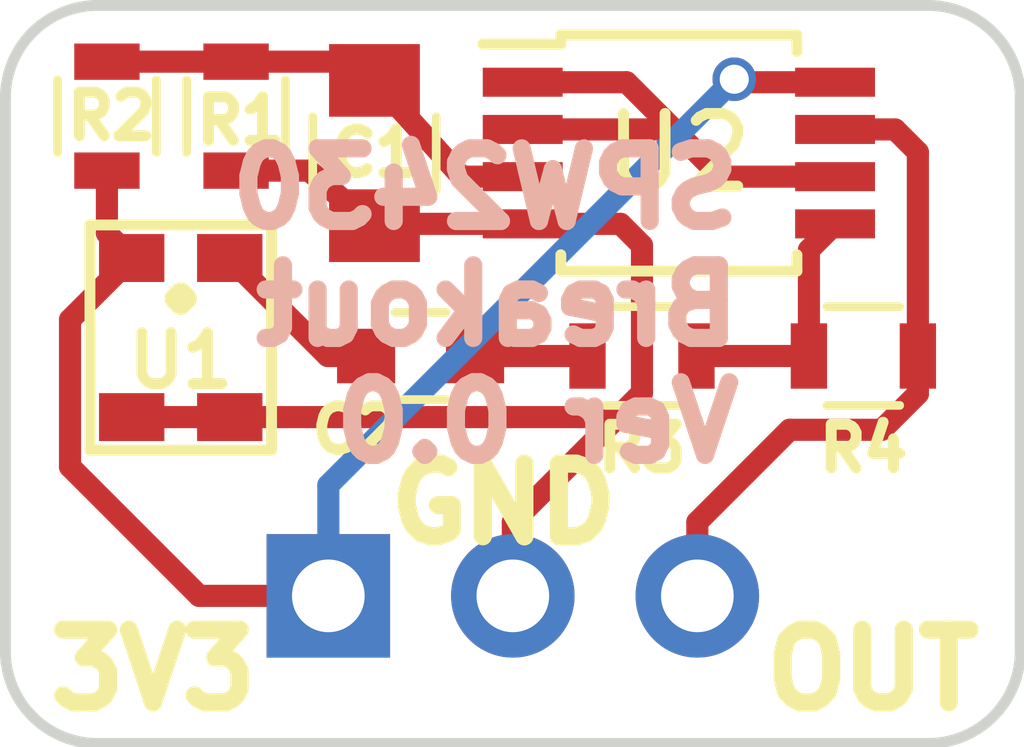
<source format=kicad_pcb>
(kicad_pcb (version 4) (host pcbnew 4.0.7)

  (general
    (links 19)
    (no_connects 0)
    (area 148.514999 100.254999 162.635001 110.565001)
    (thickness 1.6)
    (drawings 13)
    (tracks 49)
    (zones 0)
    (modules 9)
    (nets 9)
  )

  (page USLetter)
  (layers
    (0 F.Cu signal)
    (31 B.Cu signal)
    (32 B.Adhes user)
    (33 F.Adhes user)
    (34 B.Paste user)
    (35 F.Paste user)
    (36 B.SilkS user)
    (37 F.SilkS user)
    (38 B.Mask user)
    (39 F.Mask user)
    (40 Dwgs.User user)
    (41 Cmts.User user)
    (42 Eco1.User user)
    (43 Eco2.User user)
    (44 Edge.Cuts user)
    (45 Margin user)
    (46 B.CrtYd user)
    (47 F.CrtYd user)
    (48 B.Fab user)
    (49 F.Fab user hide)
  )

  (setup
    (last_trace_width 0.25)
    (user_trace_width 0.3048)
    (user_trace_width 0.4064)
    (trace_clearance 0.2)
    (zone_clearance 0.508)
    (zone_45_only no)
    (trace_min 0.2)
    (segment_width 0.2)
    (edge_width 0.15)
    (via_size 0.6)
    (via_drill 0.4)
    (via_min_size 0.4)
    (via_min_drill 0.3)
    (uvia_size 0.3)
    (uvia_drill 0.1)
    (uvias_allowed no)
    (uvia_min_size 0.2)
    (uvia_min_drill 0.1)
    (pcb_text_width 0.3)
    (pcb_text_size 1.5 1.5)
    (mod_edge_width 0.15)
    (mod_text_size 1 1)
    (mod_text_width 0.15)
    (pad_size 1.524 1.524)
    (pad_drill 0.762)
    (pad_to_mask_clearance 0)
    (aux_axis_origin 0 0)
    (visible_elements 7FFFFFFF)
    (pcbplotparams
      (layerselection 0x00030_80000001)
      (usegerberextensions false)
      (excludeedgelayer true)
      (linewidth 0.100000)
      (plotframeref false)
      (viasonmask false)
      (mode 1)
      (useauxorigin false)
      (hpglpennumber 1)
      (hpglpenspeed 20)
      (hpglpendiameter 15)
      (hpglpenoverlay 2)
      (psnegative false)
      (psa4output false)
      (plotreference true)
      (plotvalue true)
      (plotinvisibletext false)
      (padsonsilk false)
      (subtractmaskfromsilk false)
      (outputformat 1)
      (mirror false)
      (drillshape 1)
      (scaleselection 1)
      (outputdirectory ""))
  )

  (net 0 "")
  (net 1 GND)
  (net 2 "Net-(C1-Pad2)")
  (net 3 "Net-(C2-Pad2)")
  (net 4 "Net-(C2-Pad1)")
  (net 5 +3V3)
  (net 6 "Net-(R3-Pad1)")
  (net 7 "Net-(U2-Pad1)")
  (net 8 "Net-(J1-Pad3)")

  (net_class Default "This is the default net class."
    (clearance 0.2)
    (trace_width 0.25)
    (via_dia 0.6)
    (via_drill 0.4)
    (uvia_dia 0.3)
    (uvia_drill 0.1)
    (add_net +3V3)
    (add_net GND)
    (add_net "Net-(C1-Pad2)")
    (add_net "Net-(C2-Pad1)")
    (add_net "Net-(C2-Pad2)")
    (add_net "Net-(J1-Pad3)")
    (add_net "Net-(R3-Pad1)")
    (add_net "Net-(U2-Pad1)")
  )

  (module footprints:C_0805 (layer F.Cu) (tedit 5B69DBEF) (tstamp 5B69E56A)
    (at 153.67 102.362 90)
    (descr "Capacitor SMD 0805, reflow soldering, AVX (see smccp.pdf)")
    (tags "capacitor 0805")
    (path /5B69D2B9)
    (attr smd)
    (fp_text reference C1 (at 0 0 180) (layer F.SilkS)
      (effects (font (size 0.6 0.6) (thickness 0.15)))
    )
    (fp_text value 1uF (at 0 1.75 90) (layer F.Fab)
      (effects (font (size 1 1) (thickness 0.15)))
    )
    (fp_text user %R (at 0 -1.5 90) (layer F.Fab)
      (effects (font (size 1 1) (thickness 0.15)))
    )
    (fp_line (start -1 0.62) (end -1 -0.62) (layer F.Fab) (width 0.1))
    (fp_line (start 1 0.62) (end -1 0.62) (layer F.Fab) (width 0.1))
    (fp_line (start 1 -0.62) (end 1 0.62) (layer F.Fab) (width 0.1))
    (fp_line (start -1 -0.62) (end 1 -0.62) (layer F.Fab) (width 0.1))
    (fp_line (start 0.5 -0.85) (end -0.5 -0.85) (layer F.SilkS) (width 0.12))
    (fp_line (start -0.5 0.85) (end 0.5 0.85) (layer F.SilkS) (width 0.12))
    (fp_line (start -1.75 -0.88) (end 1.75 -0.88) (layer F.CrtYd) (width 0.05))
    (fp_line (start -1.75 -0.88) (end -1.75 0.87) (layer F.CrtYd) (width 0.05))
    (fp_line (start 1.75 0.87) (end 1.75 -0.88) (layer F.CrtYd) (width 0.05))
    (fp_line (start 1.75 0.87) (end -1.75 0.87) (layer F.CrtYd) (width 0.05))
    (pad 1 smd rect (at -1 0 90) (size 1 1.25) (layers F.Cu F.Paste F.Mask)
      (net 1 GND))
    (pad 2 smd rect (at 1 0 90) (size 1 1.25) (layers F.Cu F.Paste F.Mask)
      (net 2 "Net-(C1-Pad2)"))
    (model Capacitors_SMD.3dshapes/C_0805.wrl
      (at (xyz 0 0 0))
      (scale (xyz 1 1 1))
      (rotate (xyz 0 0 0))
    )
  )

  (module footprints:C_0603 (layer F.Cu) (tedit 5B69DDAB) (tstamp 5B69E57A)
    (at 154.305 105.156 180)
    (descr "Capacitor SMD 0603, reflow soldering, AVX (see smccp.pdf)")
    (tags "capacitor 0603")
    (path /5B69CE08)
    (attr smd)
    (fp_text reference C2 (at 0.889 -1.016 180) (layer F.SilkS)
      (effects (font (size 0.6 0.6) (thickness 0.15)))
    )
    (fp_text value 0.1uF (at 0 1.5 180) (layer F.Fab)
      (effects (font (size 1 1) (thickness 0.15)))
    )
    (fp_line (start 1.4 0.65) (end -1.4 0.65) (layer F.CrtYd) (width 0.05))
    (fp_line (start 1.4 0.65) (end 1.4 -0.65) (layer F.CrtYd) (width 0.05))
    (fp_line (start -1.4 -0.65) (end -1.4 0.65) (layer F.CrtYd) (width 0.05))
    (fp_line (start -1.4 -0.65) (end 1.4 -0.65) (layer F.CrtYd) (width 0.05))
    (fp_line (start 0.35 0.6) (end -0.35 0.6) (layer F.SilkS) (width 0.12))
    (fp_line (start -0.35 -0.6) (end 0.35 -0.6) (layer F.SilkS) (width 0.12))
    (fp_line (start -0.8 -0.4) (end 0.8 -0.4) (layer F.Fab) (width 0.1))
    (fp_line (start 0.8 -0.4) (end 0.8 0.4) (layer F.Fab) (width 0.1))
    (fp_line (start 0.8 0.4) (end -0.8 0.4) (layer F.Fab) (width 0.1))
    (fp_line (start -0.8 0.4) (end -0.8 -0.4) (layer F.Fab) (width 0.1))
    (fp_text user %R (at 0 0 180) (layer F.Fab)
      (effects (font (size 0.3 0.3) (thickness 0.075)))
    )
    (pad 2 smd rect (at 0.75 0 180) (size 0.8 0.75) (layers F.Cu F.Paste F.Mask)
      (net 3 "Net-(C2-Pad2)"))
    (pad 1 smd rect (at -0.75 0 180) (size 0.8 0.75) (layers F.Cu F.Paste F.Mask)
      (net 4 "Net-(C2-Pad1)"))
    (model Capacitors_SMD.3dshapes/C_0603.wrl
      (at (xyz 0 0 0))
      (scale (xyz 1 1 1))
      (rotate (xyz 0 0 0))
    )
  )

  (module footprints:Pin_Header_Straight_1x03_Pitch2.54mm (layer F.Cu) (tedit 5B69DC3C) (tstamp 5B69E58A)
    (at 153.035 108.458 90)
    (descr "Through hole straight pin header, 1x03, 2.54mm pitch, single row")
    (tags "Through hole pin header THT 1x03 2.54mm single row")
    (path /5B69DFB1)
    (fp_text reference J1 (at 0 -2.33 90) (layer F.SilkS) hide
      (effects (font (size 1 1) (thickness 0.15)))
    )
    (fp_text value Conn_01x03 (at 0 7.41 90) (layer F.Fab)
      (effects (font (size 1 1) (thickness 0.15)))
    )
    (fp_line (start -0.635 -1.27) (end 1.27 -1.27) (layer F.Fab) (width 0.1))
    (fp_line (start 1.27 -1.27) (end 1.27 6.35) (layer F.Fab) (width 0.1))
    (fp_line (start 1.27 6.35) (end -1.27 6.35) (layer F.Fab) (width 0.1))
    (fp_line (start -1.27 6.35) (end -1.27 -0.635) (layer F.Fab) (width 0.1))
    (fp_line (start -1.27 -0.635) (end -0.635 -1.27) (layer F.Fab) (width 0.1))
    (fp_line (start -1.8 -1.8) (end -1.8 6.85) (layer F.CrtYd) (width 0.05))
    (fp_line (start -1.8 6.85) (end 1.8 6.85) (layer F.CrtYd) (width 0.05))
    (fp_line (start 1.8 6.85) (end 1.8 -1.8) (layer F.CrtYd) (width 0.05))
    (fp_line (start 1.8 -1.8) (end -1.8 -1.8) (layer F.CrtYd) (width 0.05))
    (fp_text user %R (at 0 2.54 180) (layer F.Fab)
      (effects (font (size 1 1) (thickness 0.15)))
    )
    (pad 1 thru_hole rect (at 0 0 90) (size 1.7 1.7) (drill 1) (layers *.Cu *.Mask)
      (net 5 +3V3))
    (pad 2 thru_hole oval (at 0 2.54 90) (size 1.7 1.7) (drill 1) (layers *.Cu *.Mask)
      (net 1 GND))
    (pad 3 thru_hole oval (at 0 5.08 90) (size 1.7 1.7) (drill 1) (layers *.Cu *.Mask)
      (net 8 "Net-(J1-Pad3)"))
    (model ${KISYS3DMOD}/Pin_Headers.3dshapes/Pin_Header_Straight_1x03_Pitch2.54mm.wrl
      (at (xyz 0 0 0))
      (scale (xyz 1 1 1))
      (rotate (xyz 0 0 0))
    )
  )

  (module footprints:R_0603 (layer F.Cu) (tedit 5B69E6BD) (tstamp 5B69E59A)
    (at 149.987 101.854 270)
    (descr "Resistor SMD 0603, reflow soldering, Vishay (see dcrcw.pdf)")
    (tags "resistor 0603")
    (path /5B69D4A8)
    (attr smd)
    (fp_text reference R1 (at 0.0635 -1.8415 360) (layer F.SilkS)
      (effects (font (size 0.6 0.6) (thickness 0.15)))
    )
    (fp_text value 20K (at 0 1.5 270) (layer F.Fab)
      (effects (font (size 1 1) (thickness 0.15)))
    )
    (fp_text user %R (at 0 0 270) (layer F.Fab)
      (effects (font (size 0.4 0.4) (thickness 0.075)))
    )
    (fp_line (start -0.8 0.4) (end -0.8 -0.4) (layer F.Fab) (width 0.1))
    (fp_line (start 0.8 0.4) (end -0.8 0.4) (layer F.Fab) (width 0.1))
    (fp_line (start 0.8 -0.4) (end 0.8 0.4) (layer F.Fab) (width 0.1))
    (fp_line (start -0.8 -0.4) (end 0.8 -0.4) (layer F.Fab) (width 0.1))
    (fp_line (start 0.5 0.68) (end -0.5 0.68) (layer F.SilkS) (width 0.12))
    (fp_line (start -0.5 -0.68) (end 0.5 -0.68) (layer F.SilkS) (width 0.12))
    (fp_line (start -1.25 -0.7) (end 1.25 -0.7) (layer F.CrtYd) (width 0.05))
    (fp_line (start -1.25 -0.7) (end -1.25 0.7) (layer F.CrtYd) (width 0.05))
    (fp_line (start 1.25 0.7) (end 1.25 -0.7) (layer F.CrtYd) (width 0.05))
    (fp_line (start 1.25 0.7) (end -1.25 0.7) (layer F.CrtYd) (width 0.05))
    (pad 1 smd rect (at -0.75 0 270) (size 0.5 0.9) (layers F.Cu F.Paste F.Mask)
      (net 2 "Net-(C1-Pad2)"))
    (pad 2 smd rect (at 0.75 0 270) (size 0.5 0.9) (layers F.Cu F.Paste F.Mask)
      (net 5 +3V3))
    (model ${KISYS3DMOD}/Resistors_SMD.3dshapes/R_0603.wrl
      (at (xyz 0 0 0))
      (scale (xyz 1 1 1))
      (rotate (xyz 0 0 0))
    )
  )

  (module footprints:R_0603 (layer F.Cu) (tedit 5B69E6B9) (tstamp 5B69E5AA)
    (at 151.765 101.854 90)
    (descr "Resistor SMD 0603, reflow soldering, Vishay (see dcrcw.pdf)")
    (tags "resistor 0603")
    (path /5B69D366)
    (attr smd)
    (fp_text reference R2 (at 0 -1.7145 180) (layer F.SilkS)
      (effects (font (size 0.6 0.6) (thickness 0.15)))
    )
    (fp_text value 10K (at 0 1.5 90) (layer F.Fab)
      (effects (font (size 1 1) (thickness 0.15)))
    )
    (fp_text user %R (at 0 0 90) (layer F.Fab)
      (effects (font (size 0.4 0.4) (thickness 0.075)))
    )
    (fp_line (start -0.8 0.4) (end -0.8 -0.4) (layer F.Fab) (width 0.1))
    (fp_line (start 0.8 0.4) (end -0.8 0.4) (layer F.Fab) (width 0.1))
    (fp_line (start 0.8 -0.4) (end 0.8 0.4) (layer F.Fab) (width 0.1))
    (fp_line (start -0.8 -0.4) (end 0.8 -0.4) (layer F.Fab) (width 0.1))
    (fp_line (start 0.5 0.68) (end -0.5 0.68) (layer F.SilkS) (width 0.12))
    (fp_line (start -0.5 -0.68) (end 0.5 -0.68) (layer F.SilkS) (width 0.12))
    (fp_line (start -1.25 -0.7) (end 1.25 -0.7) (layer F.CrtYd) (width 0.05))
    (fp_line (start -1.25 -0.7) (end -1.25 0.7) (layer F.CrtYd) (width 0.05))
    (fp_line (start 1.25 0.7) (end 1.25 -0.7) (layer F.CrtYd) (width 0.05))
    (fp_line (start 1.25 0.7) (end -1.25 0.7) (layer F.CrtYd) (width 0.05))
    (pad 1 smd rect (at -0.75 0 90) (size 0.5 0.9) (layers F.Cu F.Paste F.Mask)
      (net 1 GND))
    (pad 2 smd rect (at 0.75 0 90) (size 0.5 0.9) (layers F.Cu F.Paste F.Mask)
      (net 2 "Net-(C1-Pad2)"))
    (model ${KISYS3DMOD}/Resistors_SMD.3dshapes/R_0603.wrl
      (at (xyz 0 0 0))
      (scale (xyz 1 1 1))
      (rotate (xyz 0 0 0))
    )
  )

  (module footprints:R_0603 (layer F.Cu) (tedit 5B69DC17) (tstamp 5B69E5BA)
    (at 157.353 105.156 180)
    (descr "Resistor SMD 0603, reflow soldering, Vishay (see dcrcw.pdf)")
    (tags "resistor 0603")
    (path /5B69CE57)
    (attr smd)
    (fp_text reference R3 (at 0 -1.27 180) (layer F.SilkS)
      (effects (font (size 0.6 0.6) (thickness 0.15)))
    )
    (fp_text value 1K (at 0 1.5 180) (layer F.Fab)
      (effects (font (size 1 1) (thickness 0.15)))
    )
    (fp_text user %R (at 0 0 180) (layer F.Fab)
      (effects (font (size 0.4 0.4) (thickness 0.075)))
    )
    (fp_line (start -0.8 0.4) (end -0.8 -0.4) (layer F.Fab) (width 0.1))
    (fp_line (start 0.8 0.4) (end -0.8 0.4) (layer F.Fab) (width 0.1))
    (fp_line (start 0.8 -0.4) (end 0.8 0.4) (layer F.Fab) (width 0.1))
    (fp_line (start -0.8 -0.4) (end 0.8 -0.4) (layer F.Fab) (width 0.1))
    (fp_line (start 0.5 0.68) (end -0.5 0.68) (layer F.SilkS) (width 0.12))
    (fp_line (start -0.5 -0.68) (end 0.5 -0.68) (layer F.SilkS) (width 0.12))
    (fp_line (start -1.25 -0.7) (end 1.25 -0.7) (layer F.CrtYd) (width 0.05))
    (fp_line (start -1.25 -0.7) (end -1.25 0.7) (layer F.CrtYd) (width 0.05))
    (fp_line (start 1.25 0.7) (end 1.25 -0.7) (layer F.CrtYd) (width 0.05))
    (fp_line (start 1.25 0.7) (end -1.25 0.7) (layer F.CrtYd) (width 0.05))
    (pad 1 smd rect (at -0.75 0 180) (size 0.5 0.9) (layers F.Cu F.Paste F.Mask)
      (net 6 "Net-(R3-Pad1)"))
    (pad 2 smd rect (at 0.75 0 180) (size 0.5 0.9) (layers F.Cu F.Paste F.Mask)
      (net 4 "Net-(C2-Pad1)"))
    (model ${KISYS3DMOD}/Resistors_SMD.3dshapes/R_0603.wrl
      (at (xyz 0 0 0))
      (scale (xyz 1 1 1))
      (rotate (xyz 0 0 0))
    )
  )

  (module footprints:R_0603 (layer F.Cu) (tedit 5B69DC17) (tstamp 5B69E5CA)
    (at 160.401 105.156 180)
    (descr "Resistor SMD 0603, reflow soldering, Vishay (see dcrcw.pdf)")
    (tags "resistor 0603")
    (path /5B69CE89)
    (attr smd)
    (fp_text reference R4 (at 0 -1.27 180) (layer F.SilkS)
      (effects (font (size 0.6 0.6) (thickness 0.15)))
    )
    (fp_text value 100K (at 0 1.5 180) (layer F.Fab)
      (effects (font (size 1 1) (thickness 0.15)))
    )
    (fp_text user %R (at 0 0 180) (layer F.Fab)
      (effects (font (size 0.4 0.4) (thickness 0.075)))
    )
    (fp_line (start -0.8 0.4) (end -0.8 -0.4) (layer F.Fab) (width 0.1))
    (fp_line (start 0.8 0.4) (end -0.8 0.4) (layer F.Fab) (width 0.1))
    (fp_line (start 0.8 -0.4) (end 0.8 0.4) (layer F.Fab) (width 0.1))
    (fp_line (start -0.8 -0.4) (end 0.8 -0.4) (layer F.Fab) (width 0.1))
    (fp_line (start 0.5 0.68) (end -0.5 0.68) (layer F.SilkS) (width 0.12))
    (fp_line (start -0.5 -0.68) (end 0.5 -0.68) (layer F.SilkS) (width 0.12))
    (fp_line (start -1.25 -0.7) (end 1.25 -0.7) (layer F.CrtYd) (width 0.05))
    (fp_line (start -1.25 -0.7) (end -1.25 0.7) (layer F.CrtYd) (width 0.05))
    (fp_line (start 1.25 0.7) (end 1.25 -0.7) (layer F.CrtYd) (width 0.05))
    (fp_line (start 1.25 0.7) (end -1.25 0.7) (layer F.CrtYd) (width 0.05))
    (pad 1 smd rect (at -0.75 0 180) (size 0.5 0.9) (layers F.Cu F.Paste F.Mask)
      (net 8 "Net-(J1-Pad3)"))
    (pad 2 smd rect (at 0.75 0 180) (size 0.5 0.9) (layers F.Cu F.Paste F.Mask)
      (net 6 "Net-(R3-Pad1)"))
    (model ${KISYS3DMOD}/Resistors_SMD.3dshapes/R_0603.wrl
      (at (xyz 0 0 0))
      (scale (xyz 1 1 1))
      (rotate (xyz 0 0 0))
    )
  )

  (module footprints:SPW2430 (layer F.Cu) (tedit 5B69DE30) (tstamp 5B69E5DA)
    (at 151.003 104.902)
    (descr "SMD Crystal SERIES SMD2016/4 http://www.q-crystal.com/upload/5/2015552223166229.pdf, 2.0x1.6mm^2 package")
    (tags "SMD SMT crystal")
    (path /5B69CD4A)
    (attr smd)
    (fp_text reference U1 (at 0 0.3175) (layer F.SilkS)
      (effects (font (size 0.7 0.7) (thickness 0.15)))
    )
    (fp_text value SPW2430 (at 0 2.54) (layer F.Fab)
      (effects (font (size 0.7 0.7) (thickness 0.15)))
    )
    (fp_line (start 1.25 1.55) (end 1.25 -1.55) (layer F.SilkS) (width 0.15))
    (fp_line (start -1.25 -1.55) (end -1.25 1.55) (layer F.SilkS) (width 0.15))
    (fp_line (start -1.25 1.55) (end 1.25 1.55) (layer F.SilkS) (width 0.15))
    (fp_line (start -1.25 -1.55) (end 1.25 -1.55) (layer F.SilkS) (width 0.15))
    (fp_text user %R (at 0 0) (layer F.Fab)
      (effects (font (size 0.5 0.5) (thickness 0.075)))
    )
    (pad 3 smd rect (at -0.675 1.095) (size 0.9 0.66) (layers F.Cu F.Paste F.Mask)
      (net 1 GND))
    (pad 4 smd rect (at -0.675 -1.095) (size 0.9 0.66) (layers F.Cu F.Paste F.Mask)
      (net 5 +3V3))
    (pad 2 smd rect (at 0.675 1.095) (size 0.9 0.66) (layers F.Cu F.Paste F.Mask)
      (net 1 GND))
    (pad 1 smd rect (at 0.675 -1.095) (size 0.9 0.66) (layers F.Cu F.Paste F.Mask)
      (net 3 "Net-(C2-Pad2)"))
    (model ${KISYS3DMOD}/Crystals.3dshapes/Crystal_SMD_2016-4pin_2.0x1.6mm.wrl
      (at (xyz 0 0 0))
      (scale (xyz 1 1 1))
      (rotate (xyz 0 0 0))
    )
  )

  (module footprints:TSSOP-8_3x3mm_Pitch0.65mm (layer F.Cu) (tedit 5B69D629) (tstamp 5B69E5E6)
    (at 157.861 102.362)
    (descr "TSSOP8: plastic thin shrink small outline package; 8 leads; body width 3 mm; (see NXP SSOP-TSSOP-VSO-REFLOW.pdf and sot505-1_po.pdf)")
    (tags "SSOP 0.65")
    (path /5B69CD6B)
    (attr smd)
    (fp_text reference U2 (at 0 0 180) (layer F.SilkS)
      (effects (font (size 1 1) (thickness 0.15)))
    )
    (fp_text value LMV358 (at 0 2.55) (layer F.Fab)
      (effects (font (size 1 1) (thickness 0.15)))
    )
    (fp_line (start -0.5 -1.5) (end 1.5 -1.5) (layer F.Fab) (width 0.15))
    (fp_line (start 1.5 -1.5) (end 1.5 1.5) (layer F.Fab) (width 0.15))
    (fp_line (start 1.5 1.5) (end -1.5 1.5) (layer F.Fab) (width 0.15))
    (fp_line (start -1.5 1.5) (end -1.5 -0.5) (layer F.Fab) (width 0.15))
    (fp_line (start -1.5 -0.5) (end -0.5 -1.5) (layer F.Fab) (width 0.15))
    (fp_line (start -2.95 -1.8) (end -2.95 1.8) (layer F.CrtYd) (width 0.05))
    (fp_line (start 2.95 -1.8) (end 2.95 1.8) (layer F.CrtYd) (width 0.05))
    (fp_line (start -2.95 -1.8) (end 2.95 -1.8) (layer F.CrtYd) (width 0.05))
    (fp_line (start -2.95 1.8) (end 2.95 1.8) (layer F.CrtYd) (width 0.05))
    (fp_line (start -1.625 -1.625) (end -1.625 -1.5) (layer F.SilkS) (width 0.15))
    (fp_line (start 1.625 -1.625) (end 1.625 -1.4) (layer F.SilkS) (width 0.15))
    (fp_line (start 1.625 1.625) (end 1.625 1.4) (layer F.SilkS) (width 0.15))
    (fp_line (start -1.625 1.625) (end -1.625 1.4) (layer F.SilkS) (width 0.15))
    (fp_line (start -1.625 -1.625) (end 1.625 -1.625) (layer F.SilkS) (width 0.15))
    (fp_line (start -1.625 1.625) (end 1.625 1.625) (layer F.SilkS) (width 0.15))
    (fp_line (start -1.625 -1.5) (end -2.7 -1.5) (layer F.SilkS) (width 0.15))
    (fp_text user %R (at 0 0) (layer F.Fab)
      (effects (font (size 0.6 0.6) (thickness 0.15)))
    )
    (pad 1 smd rect (at -2.15 -0.975) (size 1.1 0.4) (layers F.Cu F.Paste F.Mask)
      (net 7 "Net-(U2-Pad1)"))
    (pad 2 smd rect (at -2.15 -0.325) (size 1.1 0.4) (layers F.Cu F.Paste F.Mask)
      (net 7 "Net-(U2-Pad1)"))
    (pad 3 smd rect (at -2.15 0.325) (size 1.1 0.4) (layers F.Cu F.Paste F.Mask)
      (net 2 "Net-(C1-Pad2)"))
    (pad 4 smd rect (at -2.15 0.975) (size 1.1 0.4) (layers F.Cu F.Paste F.Mask)
      (net 1 GND))
    (pad 5 smd rect (at 2.15 0.975) (size 1.1 0.4) (layers F.Cu F.Paste F.Mask)
      (net 6 "Net-(R3-Pad1)"))
    (pad 6 smd rect (at 2.15 0.325) (size 1.1 0.4) (layers F.Cu F.Paste F.Mask)
      (net 7 "Net-(U2-Pad1)"))
    (pad 7 smd rect (at 2.15 -0.325) (size 1.1 0.4) (layers F.Cu F.Paste F.Mask)
      (net 8 "Net-(J1-Pad3)"))
    (pad 8 smd rect (at 2.15 -0.975) (size 1.1 0.4) (layers F.Cu F.Paste F.Mask)
      (net 5 +3V3))
    (model ${KISYS3DMOD}/Housings_SSOP.3dshapes/TSSOP-8_3x3mm_Pitch0.65mm.wrl
      (at (xyz 0 0 0))
      (scale (xyz 1 1 1))
      (rotate (xyz 0 0 0))
    )
  )

  (gr_text "SPW2430\nBreakout\nVer 0.0" (at 158.8135 104.4575) (layer B.SilkS)
    (effects (font (size 1 1) (thickness 0.25)) (justify left mirror))
  )
  (gr_text . (at 151.003 103.759) (layer F.SilkS)
    (effects (font (size 1.5 1.5) (thickness 0.3)))
  )
  (gr_text GND (at 155.448 107.188) (layer F.SilkS)
    (effects (font (size 1 1) (thickness 0.25)))
  )
  (gr_text OUT (at 160.528 109.474) (layer F.SilkS)
    (effects (font (size 1 1) (thickness 0.25)))
  )
  (gr_text 3V3 (at 150.622 109.474) (layer F.SilkS)
    (effects (font (size 1 1) (thickness 0.25)))
  )
  (gr_line (start 161.29 100.33) (end 149.86 100.33) (angle 90) (layer Edge.Cuts) (width 0.15))
  (gr_line (start 162.56 109.22) (end 162.56 101.6) (angle 90) (layer Edge.Cuts) (width 0.15))
  (gr_line (start 149.86 110.49) (end 161.29 110.49) (angle 90) (layer Edge.Cuts) (width 0.15))
  (gr_line (start 148.59 101.6) (end 148.59 109.22) (angle 90) (layer Edge.Cuts) (width 0.15))
  (gr_arc (start 161.29 109.22) (end 162.56 109.22) (angle 90) (layer Edge.Cuts) (width 0.15))
  (gr_arc (start 149.86 109.22) (end 149.86 110.49) (angle 90) (layer Edge.Cuts) (width 0.15))
  (gr_arc (start 149.86 101.6) (end 148.59 101.6) (angle 90) (layer Edge.Cuts) (width 0.15))
  (gr_arc (start 161.29 101.6) (end 161.29 100.33) (angle 90) (layer Edge.Cuts) (width 0.15))

  (segment (start 155.575 108.458) (end 155.575 107.442) (width 0.3048) (layer F.Cu) (net 1))
  (segment (start 155.575 107.442) (end 157.02 105.997) (width 0.3048) (layer F.Cu) (net 1) (tstamp 5B69DB52))
  (segment (start 151.678 105.997) (end 157.02 105.997) (width 0.3048) (layer F.Cu) (net 1))
  (segment (start 157.058 103.337) (end 155.711 103.337) (width 0.3048) (layer F.Cu) (net 1) (tstamp 5B69DAD9))
  (segment (start 157.353 103.632) (end 157.058 103.337) (width 0.3048) (layer F.Cu) (net 1) (tstamp 5B69DAD8))
  (segment (start 157.353 105.664) (end 157.353 103.632) (width 0.3048) (layer F.Cu) (net 1) (tstamp 5B69DAD7))
  (segment (start 157.02 105.997) (end 157.353 105.664) (width 0.3048) (layer F.Cu) (net 1) (tstamp 5B69DAD6))
  (segment (start 150.328 105.997) (end 151.678 105.997) (width 0.3048) (layer F.Cu) (net 1))
  (segment (start 155.711 103.337) (end 153.695 103.337) (width 0.3048) (layer F.Cu) (net 1) (status 20))
  (segment (start 153.695 103.337) (end 153.67 103.362) (width 0.3048) (layer F.Cu) (net 1) (tstamp 5B69DAB3) (status 30))
  (segment (start 153.67 103.362) (end 153.654 103.362) (width 0.3048) (layer F.Cu) (net 1) (tstamp 5B69DAB4) (status 30))
  (segment (start 153.654 103.362) (end 152.769 102.604) (width 0.3048) (layer F.Cu) (net 1) (tstamp 5B69DAB5) (status 10))
  (segment (start 152.769 102.604) (end 151.765 102.604) (width 0.3048) (layer F.Cu) (net 1) (tstamp 5B69DAB6))
  (segment (start 155.711 102.687) (end 154.868 102.687) (width 0.3048) (layer F.Cu) (net 2))
  (segment (start 154.868 102.687) (end 153.67 101.362) (width 0.3048) (layer F.Cu) (net 2) (tstamp 5B69DAB0) (status 20))
  (segment (start 151.765 101.104) (end 153.412 101.104) (width 0.3048) (layer F.Cu) (net 2) (status 20))
  (segment (start 153.412 101.104) (end 153.67 101.362) (width 0.3048) (layer F.Cu) (net 2) (tstamp 5B69DAAD) (status 30))
  (segment (start 149.987 101.104) (end 151.765 101.104) (width 0.3048) (layer F.Cu) (net 2))
  (segment (start 153.555 105.156) (end 153.027 105.156) (width 0.3048) (layer F.Cu) (net 3))
  (segment (start 153.027 105.156) (end 151.678 103.807) (width 0.3048) (layer F.Cu) (net 3) (tstamp 5B69DACF))
  (segment (start 156.603 105.156) (end 155.055 105.156) (width 0.3048) (layer F.Cu) (net 4))
  (segment (start 160.011 101.387) (end 158.664 101.387) (width 0.3048) (layer F.Cu) (net 5))
  (segment (start 153.035 106.934) (end 153.035 108.458) (width 0.3048) (layer B.Cu) (net 5) (tstamp 5B69DB69))
  (segment (start 158.623 101.346) (end 153.035 106.934) (width 0.3048) (layer B.Cu) (net 5) (tstamp 5B69DB68))
  (via (at 158.623 101.346) (size 0.6) (drill 0.4) (layers F.Cu B.Cu) (net 5))
  (segment (start 158.664 101.387) (end 158.623 101.346) (width 0.3048) (layer F.Cu) (net 5) (tstamp 5B69DB65))
  (segment (start 153.035 108.458) (end 151.257 108.458) (width 0.3048) (layer F.Cu) (net 5))
  (segment (start 149.479 104.656) (end 150.328 103.807) (width 0.3048) (layer F.Cu) (net 5) (tstamp 5B69DB13))
  (segment (start 149.479 106.68) (end 149.479 104.656) (width 0.3048) (layer F.Cu) (net 5) (tstamp 5B69DB11))
  (segment (start 151.257 108.458) (end 149.479 106.68) (width 0.3048) (layer F.Cu) (net 5) (tstamp 5B69DB0F))
  (segment (start 149.987 102.604) (end 149.987 103.466) (width 0.3048) (layer F.Cu) (net 5))
  (segment (start 149.987 103.466) (end 150.328 103.807) (width 0.3048) (layer F.Cu) (net 5) (tstamp 5B69DADC))
  (segment (start 159.651 105.156) (end 158.103 105.156) (width 0.3048) (layer F.Cu) (net 6))
  (segment (start 159.651 105.156) (end 159.651 103.697) (width 0.3048) (layer F.Cu) (net 6))
  (segment (start 159.651 103.697) (end 160.011 103.337) (width 0.3048) (layer F.Cu) (net 6) (tstamp 5B69DAC4))
  (segment (start 155.711 102.037) (end 157.79 102.037) (width 0.3048) (layer F.Cu) (net 7))
  (segment (start 157.79 102.037) (end 157.861 102.108) (width 0.3048) (layer F.Cu) (net 7) (tstamp 5B69DABF))
  (segment (start 155.711 101.387) (end 157.14 101.387) (width 0.3048) (layer F.Cu) (net 7))
  (segment (start 158.44 102.687) (end 160.011 102.687) (width 0.3048) (layer F.Cu) (net 7) (tstamp 5B69DABB))
  (segment (start 157.14 101.387) (end 157.861 102.108) (width 0.3048) (layer F.Cu) (net 7) (tstamp 5B69DAB9))
  (segment (start 157.861 102.108) (end 158.44 102.687) (width 0.3048) (layer F.Cu) (net 7) (tstamp 5B69DAC2))
  (segment (start 158.115 108.458) (end 158.115 107.442) (width 0.3048) (layer F.Cu) (net 8))
  (segment (start 161.151 105.676) (end 161.151 105.156) (width 0.3048) (layer F.Cu) (net 8) (tstamp 5B69DB5B))
  (segment (start 160.655 106.172) (end 161.151 105.676) (width 0.3048) (layer F.Cu) (net 8) (tstamp 5B69DB5A))
  (segment (start 159.385 106.172) (end 160.655 106.172) (width 0.3048) (layer F.Cu) (net 8) (tstamp 5B69DB59))
  (segment (start 158.115 107.442) (end 159.385 106.172) (width 0.3048) (layer F.Cu) (net 8) (tstamp 5B69DB57))
  (segment (start 161.151 105.156) (end 161.151 102.35) (width 0.3048) (layer F.Cu) (net 8))
  (segment (start 160.838 102.037) (end 160.011 102.037) (width 0.3048) (layer F.Cu) (net 8) (tstamp 5B69DAC8))
  (segment (start 161.151 102.35) (end 160.838 102.037) (width 0.3048) (layer F.Cu) (net 8) (tstamp 5B69DAC7))

)

</source>
